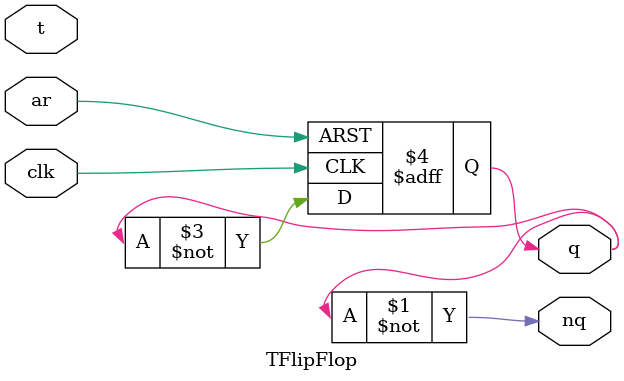
<source format=v>
`ifndef T_FLIP_FLOP
`define T_FLIP_FLOP

module TFlipFlop(
	input wire clk,
	input wire t,
	input wire ar,
	output reg q,
	output wire nq
);

	assign nq = ~q;

	always @(posedge ar, negedge clk)
		if (ar)
			q <= 1'b0;
		else
			q <= ~q;

endmodule

`endif
</source>
